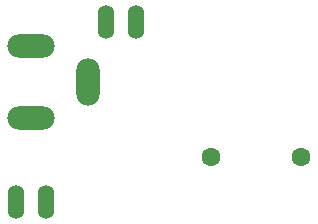
<source format=gbr>
G04 #@! TF.GenerationSoftware,KiCad,Pcbnew,(5.0.0)*
G04 #@! TF.CreationDate,2020-02-21T08:37:36-08:00*
G04 #@! TF.ProjectId,Battery Power Circuit V3,4261747465727920506F776572204369,rev?*
G04 #@! TF.SameCoordinates,Original*
G04 #@! TF.FileFunction,Copper,L2,Bot,Signal*
G04 #@! TF.FilePolarity,Positive*
%FSLAX46Y46*%
G04 Gerber Fmt 4.6, Leading zero omitted, Abs format (unit mm)*
G04 Created by KiCad (PCBNEW (5.0.0)) date 02/21/20 08:37:36*
%MOMM*%
%LPD*%
G01*
G04 APERTURE LIST*
G04 #@! TA.AperFunction,ComponentPad*
%ADD10O,1.422400X2.844800*%
G04 #@! TD*
G04 #@! TA.AperFunction,ComponentPad*
%ADD11O,2.000000X4.000000*%
G04 #@! TD*
G04 #@! TA.AperFunction,ComponentPad*
%ADD12O,4.000000X2.000000*%
G04 #@! TD*
G04 #@! TA.AperFunction,ComponentPad*
%ADD13C,1.600200*%
G04 #@! TD*
G04 APERTURE END LIST*
D10*
G04 #@! TO.P,JP1,2*
G04 #@! TO.N,GND*
X135966100Y-113888600D03*
G04 #@! TO.P,JP1,1*
G04 #@! TO.N,Net-(D2-PadA)*
X138506100Y-113888600D03*
G04 #@! TD*
G04 #@! TO.P,JP2,2*
G04 #@! TO.N,Net-(C2-Pad1)*
X146126100Y-98648600D03*
G04 #@! TO.P,JP2,1*
G04 #@! TO.N,GND*
X143586100Y-98648600D03*
G04 #@! TD*
D11*
G04 #@! TO.P,J1,2*
G04 #@! TO.N,Net-(J1-Pad2)*
X142036100Y-103728600D03*
D12*
G04 #@! TO.P,J1,3*
G04 #@! TO.N,GND*
X137236100Y-100728600D03*
G04 #@! TO.P,J1,1*
G04 #@! TO.N,Net-(D1-PadA)*
X137236100Y-106828600D03*
G04 #@! TD*
D13*
G04 #@! TO.P,J2,2*
G04 #@! TO.N,Net-(C3-Pad1)*
X160096100Y-110078600D03*
G04 #@! TO.P,J2,1*
G04 #@! TO.N,Net-(J2-Pad1)*
X152476100Y-110078600D03*
G04 #@! TD*
M02*

</source>
